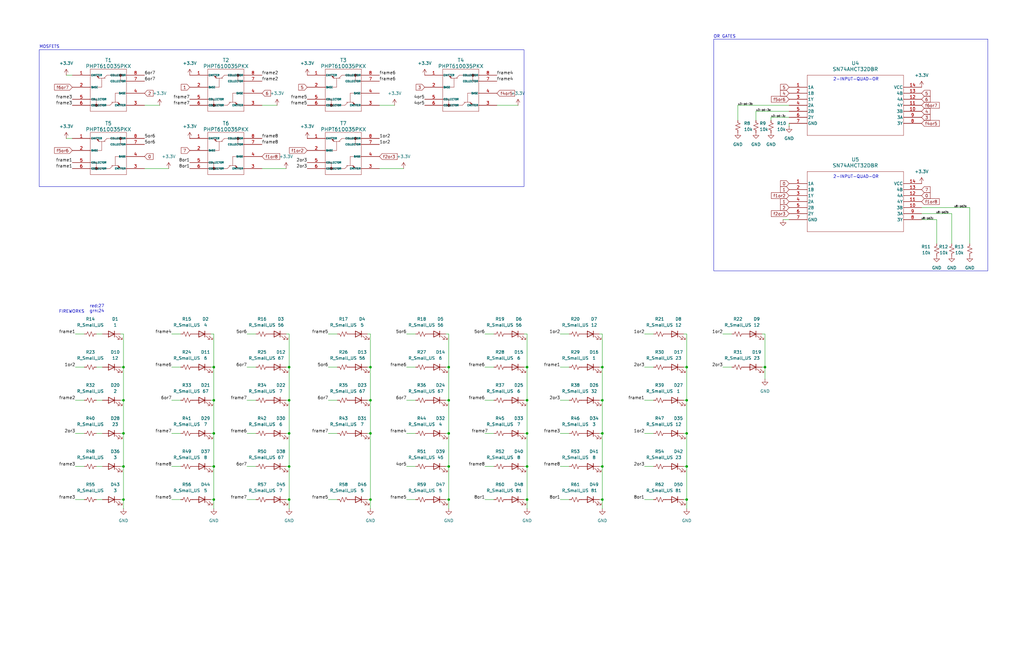
<source format=kicad_sch>
(kicad_sch (version 20250114) (generator "eeschema") (generator_version "9.0")
  (paper "USLedger")
  (rectangle (start 16.51 20.9925) (end 220.98 78.74))
  (rectangle (start 300.99 16.51) (end 416.56 114.3))
  (text "red:27\ngrn:24" (at 40.894 130.302 0) (effects (font (size 1.27 1.27))))
  (text "OR GATES" (at 305.562 15.494 0) (effects (font (size 1.27 1.27))))
  (text "FIREWORKS" (at 30.226 131.572 0) (effects (font (size 1.27 1.27))))
  (text "2-INPUT-QUAD-OR" (at 360.934 33.528 0) (effects (font (size 1.27 1.27))))
  (text "MOSFETS" (at 20.828 19.812 0) (effects (font (size 1.27 1.27))))
  (text "2-INPUT-QUAD-OR" (at 360.934 74.676 0) (effects (font (size 1.27 1.27))))
  (junction (at 52.07 210.82))
  (junction (at 289.56 168.91))
  (junction (at 52.07 196.85))
  (junction (at 121.92 154.94))
  (junction (at 222.25 196.85))
  (junction (at 189.23 196.85))
  (junction (at 156.21 154.94))
  (junction (at 156.21 210.82))
  (junction (at 121.92 168.91))
  (junction (at 222.25 168.91))
  (junction (at 52.07 154.94))
  (junction (at 222.25 154.94))
  (junction (at 90.17 154.94))
  (junction (at 90.17 168.91))
  (junction (at 254 182.88))
  (junction (at 254 154.94))
  (junction (at 90.17 182.88))
  (junction (at 90.17 210.82))
  (junction (at 52.07 182.88))
  (junction (at 156.21 182.88))
  (junction (at 289.56 210.82))
  (junction (at 254 210.82))
  (junction (at 222.25 210.82))
  (junction (at 90.17 196.85))
  (junction (at 189.23 168.91))
  (junction (at 322.58 154.94))
  (junction (at 254 168.91))
  (junction (at 52.07 168.91))
  (junction (at 222.25 182.88))
  (junction (at 156.21 168.91))
  (junction (at 289.56 182.88))
  (junction (at 121.92 210.82))
  (junction (at 189.23 154.94))
  (junction (at 189.23 210.82))
  (junction (at 121.92 196.85))
  (junction (at 121.92 182.88))
  (junction (at 189.23 182.88))
  (junction (at 289.56 154.94))
  (junction (at 254 196.85))
  (junction (at 289.56 196.85))
  (wire (pts (xy 90.17 196.85) (xy 90.17 210.82)))
  (wire (pts (xy 311.15 44.45) (xy 311.15 50.8)))
  (wire (pts (xy 52.07 168.91) (xy 52.07 182.88)))
  (wire (pts (xy 121.92 168.91) (xy 120.65 168.91)))
  (wire (pts (xy 67.31 44.45) (xy 60.96 44.45)))
  (wire (pts (xy 189.23 140.97) (xy 187.96 140.97)))
  (wire (pts (xy 90.17 168.91) (xy 88.9 168.91)))
  (wire (pts (xy 189.23 182.88) (xy 187.96 182.88)))
  (wire (pts (xy 236.22 154.94) (xy 240.03 154.94)))
  (wire (pts (xy 90.17 140.97) (xy 88.9 140.97)))
  (wire (pts (xy 401.32 90.17) (xy 388.62 90.17)))
  (wire (pts (xy 236.22 196.85) (xy 240.03 196.85)))
  (wire (pts (xy 289.56 196.85) (xy 289.56 210.82)))
  (wire (pts (xy 388.62 87.63) (xy 408.94 87.63)))
  (wire (pts (xy 236.22 140.97) (xy 240.03 140.97)))
  (wire (pts (xy 289.56 196.85) (xy 288.29 196.85)))
  (wire (pts (xy 171.45 140.97) (xy 175.26 140.97)))
  (wire (pts (xy 189.23 154.94) (xy 189.23 168.91)))
  (wire (pts (xy 222.25 214.63) (xy 222.25 210.82)))
  (wire (pts (xy 222.25 210.82) (xy 220.98 210.82)))
  (wire (pts (xy 104.14 196.85) (xy 107.95 196.85)))
  (wire (pts (xy 121.92 210.82) (xy 120.65 210.82)))
  (wire (pts (xy 388.62 92.71) (xy 394.97 92.71)))
  (wire (pts (xy 138.43 140.97) (xy 142.24 140.97)))
  (wire (pts (xy 156.21 154.94) (xy 154.94 154.94)))
  (wire (pts (xy 156.21 182.88) (xy 156.21 210.82)))
  (wire (pts (xy 318.77 46.99) (xy 318.77 50.8)))
  (wire (pts (xy 43.18 210.82) (xy 40.64 210.82)))
  (wire (pts (xy 52.07 140.97) (xy 52.07 154.94)))
  (wire (pts (xy 121.92 140.97) (xy 121.92 154.94)))
  (wire (pts (xy 120.65 71.12) (xy 110.49 71.12)))
  (wire (pts (xy 72.39 168.91) (xy 76.2 168.91)))
  (wire (pts (xy 222.25 154.94) (xy 222.25 168.91)))
  (wire (pts (xy 236.22 182.88) (xy 240.03 182.88)))
  (wire (pts (xy 189.23 168.91) (xy 187.96 168.91)))
  (wire (pts (xy 52.07 210.82) (xy 50.8 210.82)))
  (wire (pts (xy 156.21 140.97) (xy 156.21 154.94)))
  (wire (pts (xy 289.56 214.63) (xy 289.56 210.82)))
  (wire (pts (xy 322.58 140.97) (xy 321.31 140.97)))
  (wire (pts (xy 222.25 154.94) (xy 220.98 154.94)))
  (wire (pts (xy 204.47 196.85) (xy 208.28 196.85)))
  (wire (pts (xy 156.21 140.97) (xy 154.94 140.97)))
  (wire (pts (xy 189.23 196.85) (xy 187.96 196.85)))
  (wire (pts (xy 121.92 140.97) (xy 120.65 140.97)))
  (wire (pts (xy 104.14 210.82) (xy 107.95 210.82)))
  (wire (pts (xy 121.92 154.94) (xy 120.65 154.94)))
  (wire (pts (xy 156.21 182.88) (xy 154.94 182.88)))
  (wire (pts (xy 31.75 196.85) (xy 35.56 196.85)))
  (wire (pts (xy 90.17 140.97) (xy 90.17 154.94)))
  (wire (pts (xy 71.12 71.12) (xy 60.96 71.12)))
  (wire (pts (xy 90.17 154.94) (xy 88.9 154.94)))
  (wire (pts (xy 156.21 210.82) (xy 154.94 210.82)))
  (wire (pts (xy 90.17 196.85) (xy 88.9 196.85)))
  (wire (pts (xy 31.75 168.91) (xy 35.56 168.91)))
  (wire (pts (xy 271.78 182.88) (xy 275.59 182.88)))
  (wire (pts (xy 171.45 182.88) (xy 175.26 182.88)))
  (wire (pts (xy 52.07 140.97) (xy 50.8 140.97)))
  (wire (pts (xy 254 210.82) (xy 252.73 210.82)))
  (wire (pts (xy 166.37 44.45) (xy 160.02 44.45)))
  (wire (pts (xy 401.32 90.17) (xy 401.32 102.87)))
  (wire (pts (xy 271.78 168.91) (xy 275.59 168.91)))
  (wire (pts (xy 236.22 168.91) (xy 240.03 168.91)))
  (wire (pts (xy 27.94 31.75) (xy 30.48 31.75)))
  (wire (pts (xy 204.47 182.88) (xy 208.28 182.88)))
  (wire (pts (xy 222.25 168.91) (xy 220.98 168.91)))
  (wire (pts (xy 289.56 154.94) (xy 288.29 154.94)))
  (wire (pts (xy 218.44 44.45) (xy 209.55 44.45)))
  (wire (pts (xy 254 140.97) (xy 252.73 140.97)))
  (wire (pts (xy 289.56 182.88) (xy 288.29 182.88)))
  (wire (pts (xy 254 196.85) (xy 254 210.82)))
  (wire (pts (xy 104.14 168.91) (xy 107.95 168.91)))
  (wire (pts (xy 43.18 182.88) (xy 40.64 182.88)))
  (wire (pts (xy 156.21 154.94) (xy 156.21 168.91)))
  (wire (pts (xy 332.74 46.99) (xy 318.77 46.99)))
  (wire (pts (xy 254 182.88) (xy 252.73 182.88)))
  (wire (pts (xy 52.07 196.85) (xy 52.07 210.82)))
  (wire (pts (xy 31.75 140.97) (xy 35.56 140.97)))
  (wire (pts (xy 304.8 154.94) (xy 308.61 154.94)))
  (wire (pts (xy 254 168.91) (xy 254 182.88)))
  (wire (pts (xy 222.25 168.91) (xy 222.25 182.88)))
  (wire (pts (xy 332.74 44.45) (xy 311.15 44.45)))
  (wire (pts (xy 254 154.94) (xy 252.73 154.94)))
  (wire (pts (xy 138.43 168.91) (xy 142.24 168.91)))
  (wire (pts (xy 204.47 140.97) (xy 208.28 140.97)))
  (wire (pts (xy 156.21 168.91) (xy 154.94 168.91)))
  (wire (pts (xy 90.17 168.91) (xy 90.17 182.88)))
  (wire (pts (xy 116.84 44.45) (xy 110.49 44.45)))
  (wire (pts (xy 254 182.88) (xy 254 196.85)))
  (wire (pts (xy 72.39 140.97) (xy 76.2 140.97)))
  (wire (pts (xy 289.56 168.91) (xy 289.56 182.88)))
  (wire (pts (xy 52.07 196.85) (xy 50.8 196.85)))
  (wire (pts (xy 104.14 154.94) (xy 107.95 154.94)))
  (wire (pts (xy 189.23 210.82) (xy 187.96 210.82)))
  (wire (pts (xy 254 154.94) (xy 254 168.91)))
  (wire (pts (xy 289.56 154.94) (xy 289.56 168.91)))
  (wire (pts (xy 90.17 154.94) (xy 90.17 168.91)))
  (wire (pts (xy 171.45 154.94) (xy 175.26 154.94)))
  (wire (pts (xy 394.97 92.71) (xy 394.97 102.87)))
  (wire (pts (xy 72.39 210.82) (xy 76.2 210.82)))
  (wire (pts (xy 289.56 182.88) (xy 289.56 196.85)))
  (wire (pts (xy 121.92 154.94) (xy 121.92 168.91)))
  (wire (pts (xy 189.23 196.85) (xy 189.23 210.82)))
  (wire (pts (xy 222.25 196.85) (xy 220.98 196.85)))
  (wire (pts (xy 271.78 154.94) (xy 275.59 154.94)))
  (wire (pts (xy 171.45 196.85) (xy 175.26 196.85)))
  (wire (pts (xy 222.25 182.88) (xy 220.98 182.88)))
  (wire (pts (xy 254 214.63) (xy 254 210.82)))
  (wire (pts (xy 156.21 168.91) (xy 156.21 182.88)))
  (wire (pts (xy 222.25 140.97) (xy 220.98 140.97)))
  (wire (pts (xy 236.22 210.82) (xy 240.03 210.82)))
  (wire (pts (xy 304.8 140.97) (xy 308.61 140.97)))
  (wire (pts (xy 121.92 196.85) (xy 121.92 210.82)))
  (wire (pts (xy 254 196.85) (xy 252.73 196.85)))
  (wire (pts (xy 204.47 154.94) (xy 208.28 154.94)))
  (wire (pts (xy 72.39 154.94) (xy 76.2 154.94)))
  (wire (pts (xy 254 168.91) (xy 252.73 168.91)))
  (wire (pts (xy 72.39 196.85) (xy 76.2 196.85)))
  (wire (pts (xy 72.39 182.88) (xy 76.2 182.88)))
  (wire (pts (xy 138.43 154.94) (xy 142.24 154.94)))
  (wire (pts (xy 31.75 182.88) (xy 35.56 182.88)))
  (wire (pts (xy 289.56 168.91) (xy 288.29 168.91)))
  (wire (pts (xy 171.45 168.91) (xy 175.26 168.91)))
  (wire (pts (xy 189.23 154.94) (xy 187.96 154.94)))
  (wire (pts (xy 104.14 182.88) (xy 107.95 182.88)))
  (wire (pts (xy 121.92 214.63) (xy 121.92 210.82)))
  (wire (pts (xy 170.18 71.12) (xy 160.02 71.12)))
  (wire (pts (xy 222.25 182.88) (xy 222.25 196.85)))
  (wire (pts (xy 156.21 214.63) (xy 156.21 210.82)))
  (wire (pts (xy 322.58 154.94) (xy 321.31 154.94)))
  (wire (pts (xy 325.12 49.53) (xy 325.12 50.8)))
  (wire (pts (xy 322.58 140.97) (xy 322.58 154.94)))
  (wire (pts (xy 121.92 196.85) (xy 120.65 196.85)))
  (wire (pts (xy 121.92 168.91) (xy 121.92 182.88)))
  (wire (pts (xy 330.2 92.71) (xy 332.74 92.71)))
  (wire (pts (xy 121.92 182.88) (xy 120.65 182.88)))
  (wire (pts (xy 271.78 210.82) (xy 275.59 210.82)))
  (wire (pts (xy 104.14 140.97) (xy 107.95 140.97)))
  (wire (pts (xy 408.94 87.63) (xy 408.94 102.87)))
  (wire (pts (xy 271.78 196.85) (xy 275.59 196.85)))
  (wire (pts (xy 289.56 140.97) (xy 289.56 154.94)))
  (wire (pts (xy 43.18 140.97) (xy 40.64 140.97)))
  (wire (pts (xy 52.07 154.94) (xy 50.8 154.94)))
  (wire (pts (xy 90.17 214.63) (xy 90.17 210.82)))
  (wire (pts (xy 332.74 49.53) (xy 325.12 49.53)))
  (wire (pts (xy 31.75 210.82) (xy 35.56 210.82)))
  (wire (pts (xy 254 140.97) (xy 254 154.94)))
  (wire (pts (xy 138.43 182.88) (xy 142.24 182.88)))
  (wire (pts (xy 121.92 182.88) (xy 121.92 196.85)))
  (wire (pts (xy 52.07 182.88) (xy 52.07 196.85)))
  (wire (pts (xy 322.58 160.02) (xy 322.58 154.94)))
  (wire (pts (xy 222.25 140.97) (xy 222.25 154.94)))
  (wire (pts (xy 204.47 168.91) (xy 208.28 168.91)))
  (wire (pts (xy 43.18 196.85) (xy 40.64 196.85)))
  (wire (pts (xy 90.17 210.82) (xy 88.9 210.82)))
  (wire (pts (xy 289.56 210.82) (xy 288.29 210.82)))
  (wire (pts (xy 90.17 182.88) (xy 90.17 196.85)))
  (wire (pts (xy 222.25 196.85) (xy 222.25 210.82)))
  (wire (pts (xy 332.74 53.34) (xy 332.74 52.07)))
  (wire (pts (xy 31.75 154.94) (xy 35.56 154.94)))
  (wire (pts (xy 204.47 210.82) (xy 208.28 210.82)))
  (wire (pts (xy 271.78 140.97) (xy 275.59 140.97)))
  (wire (pts (xy 289.56 140.97) (xy 288.29 140.97)))
  (wire (pts (xy 171.45 210.82) (xy 175.26 210.82)))
  (wire (pts (xy 189.23 168.91) (xy 189.23 182.88)))
  (wire (pts (xy 27.94 58.42) (xy 30.48 58.42)))
  (wire (pts (xy 189.23 182.88) (xy 189.23 196.85)))
  (wire (pts (xy 189.23 140.97) (xy 189.23 154.94)))
  (wire (pts (xy 52.07 168.91) (xy 50.8 168.91)))
  (wire (pts (xy 43.18 154.94) (xy 40.64 154.94)))
  (wire (pts (xy 52.07 182.88) (xy 50.8 182.88)))
  (wire (pts (xy 52.07 154.94) (xy 52.07 168.91)))
  (wire (pts (xy 189.23 214.63) (xy 189.23 210.82)))
  (wire (pts (xy 52.07 214.63) (xy 52.07 210.82)))
  (wire (pts (xy 138.43 210.82) (xy 142.24 210.82)))
  (wire (pts (xy 43.18 168.91) (xy 40.64 168.91)))
  (wire (pts (xy 90.17 182.88) (xy 88.9 182.88)))
  (label "5or6" (at 138.43 154.94 180))
  (label "frame3" (at 31.75 196.85 180))
  (label "frame4" (at 72.39 140.97 180))
  (label "frame4" (at 171.45 182.88 180))
  (label "frame5" (at 171.45 210.82 180))
  (label "frame6" (at 204.47 154.94 180))
  (label "frame5" (at 72.39 210.82 180))
  (label "2or3" (at 129.54 71.12 180))
  (label "frame2" (at 110.49 31.75 0))
  (label "8or1" (at 204.47 210.82 180))
  (label "1or2" (at 271.78 182.88 180))
  (label "2or3" (at 31.75 182.88 180))
  (label "frame1" (at 30.48 68.58 180))
  (label "frame3" (at 30.48 44.45 180))
  (label "frame3" (at 31.75 210.82 180))
  (label "2or3" (at 271.78 196.85 180))
  (label "frame6" (at 104.14 182.88 180))
  (label "frame7" (at 80.01 41.91 180))
  (label "6or7" (at 104.14 196.85 180))
  (label "4or5" (at 179.07 41.91 180))
  (label "frame4" (at 209.55 34.29 0))
  (label "frame7" (at 205.74 182.88 180))
  (label "u3-pd-3b" (at 311.15 44.45 0) (effects (font (size 0.762 0.762))))
  (label "2or3" (at 271.78 154.94 180))
  (label "frame1" (at 271.78 168.91 180))
  (label "5or6" (at 204.47 140.97 180))
  (label "6or7" (at 72.39 168.91 180))
  (label "frame1" (at 31.75 140.97 180))
  (label "1or2" (at 236.22 140.97 180))
  (label "4or5" (at 179.07 44.45 180))
  (label "8or1" (at 236.22 210.82 180))
  (label "frame7" (at 72.39 182.88 180))
  (label "frame8" (at 236.22 196.85 180))
  (label "frame7" (at 80.01 44.45 180))
  (label "frame1" (at 236.22 154.94 180))
  (label "5or6" (at 60.96 60.96 0))
  (label "frame6" (at 160.02 31.75 0))
  (label "u8-pd2b" (at 400.05 90.17 180) (effects (font (size 0.762 0.762))))
  (label "frame4" (at 209.55 31.75 0))
  (label "6or7" (at 60.96 31.75 0))
  (label "1or2" (at 271.78 140.97 180))
  (label "u3-pd-3y" (at 325.12 49.53 0) (effects (font (size 0.762 0.762))))
  (label "5or6" (at 104.14 140.97 180))
  (label "frame8" (at 72.39 196.85 180))
  (label "1or2" (at 31.75 154.94 180))
  (label "u8-pd2y" (at 393.7 92.71 180) (effects (font (size 0.762 0.762))))
  (label "frame8" (at 110.49 60.96 0))
  (label "frame7" (at 138.43 182.88 180))
  (label "frame5" (at 129.54 44.45 180))
  (label "5or6" (at 60.96 58.42 0))
  (label "frame6" (at 72.39 154.94 180))
  (label "frame5" (at 138.43 140.97 180))
  (label "8or1" (at 80.01 71.12 180))
  (label "5or6" (at 171.45 140.97 180))
  (label "1or2" (at 160.02 60.96 0))
  (label "frame7" (at 104.14 210.82 180))
  (label "8or1" (at 271.78 210.82 180))
  (label "frame6" (at 160.02 34.29 0))
  (label "frame7" (at 104.14 168.91 180))
  (label "frame8" (at 204.47 196.85 180))
  (label "6or7" (at 104.14 154.94 180))
  (label "u3-pd-3a" (at 318.77 46.99 0) (effects (font (size 0.762 0.762))))
  (label "frame3" (at 30.48 41.91 180))
  (label "2or3" (at 129.54 68.58 180))
  (label "1or2" (at 304.8 140.97 180))
  (label "frame5" (at 138.43 210.82 180))
  (label "u8-pd2a" (at 407.67 87.63 180) (effects (font (size 0.762 0.762))))
  (label "frame6" (at 171.45 154.94 180))
  (label "1or2" (at 160.02 58.42 0))
  (label "6or7" (at 60.96 34.29 0))
  (label "4or5" (at 171.45 196.85 180))
  (label "2or3" (at 304.8 154.94 180))
  (label "2or3" (at 236.22 168.91 180))
  (label "frame1" (at 30.48 71.12 180))
  (label "frame3" (at 236.22 182.88 180))
  (label "6or7" (at 171.45 168.91 180))
  (label "8or1" (at 80.01 68.58 180))
  (label "frame6" (at 204.47 168.91 180))
  (label "6or7" (at 138.43 168.91 180))
  (label "frame5" (at 129.54 41.91 180))
  (label "frame8" (at 110.49 58.42 0))
  (label "frame2" (at 110.49 34.29 0))
  (label "frame2" (at 31.75 168.91 180))
  (global_label "5" (shape input) (at 388.62 39.37 0) (property "Intersheetrefs" "${INTERSHEET_REFS}" (effects (hide yes))))
  (global_label "5" (shape input) (at 332.74 36.83 180) (property "Intersheetrefs" "${INTERSHEET_REFS}" (effects (hide yes))))
  (global_label "f6or7" (shape input) (at 388.62 44.45 0) (property "Intersheetrefs" "${INTERSHEET_REFS}" (effects (hide yes))))
  (global_label "5" (shape input) (at 129.54 36.83 180) (property "Intersheetrefs" "${INTERSHEET_REFS}" (effects (hide yes))))
  (global_label "1" (shape input) (at 332.74 85.09 180) (property "Intersheetrefs" "${INTERSHEET_REFS}" (effects (hide yes))))
  (global_label "3" (shape input) (at 388.62 49.53 0) (property "Intersheetrefs" "${INTERSHEET_REFS}" (effects (hide yes))))
  (global_label "7" (shape input) (at 80.01 63.5 180) (property "Intersheetrefs" "${INTERSHEET_REFS}" (effects (hide yes))))
  (global_label "6" (shape input) (at 110.49 39.37 0) (property "Intersheetrefs" "${INTERSHEET_REFS}" (effects (hide yes))))
  (global_label "6" (shape input) (at 388.62 41.91 0) (property "Intersheetrefs" "${INTERSHEET_REFS}" (effects (hide yes))))
  (global_label "2" (shape input) (at 332.74 87.63 180) (property "Intersheetrefs" "${INTERSHEET_REFS}" (effects (hide yes))))
  (global_label "f2or3" (shape input) (at 160.02 66.04 0) (property "Intersheetrefs" "${INTERSHEET_REFS}" (effects (hide yes))))
  (global_label "f4or5" (shape input) (at 388.62 52.07 0) (property "Intersheetrefs" "${INTERSHEET_REFS}" (effects (hide yes))))
  (global_label "f5or6" (shape input) (at 30.48 63.5 180) (property "Intersheetrefs" "${INTERSHEET_REFS}" (effects (hide yes))))
  (global_label "2" (shape input) (at 60.96 39.37 0) (property "Intersheetrefs" "${INTERSHEET_REFS}" (effects (hide yes))))
  (global_label "f1or8" (shape input) (at 110.49 66.04 0) (property "Intersheetrefs" "${INTERSHEET_REFS}" (effects (hide yes))))
  (global_label "f4or5" (shape input) (at 209.55 39.37 0) (property "Intersheetrefs" "${INTERSHEET_REFS}" (effects (hide yes))))
  (global_label "0" (shape input) (at 60.96 66.04 0) (property "Intersheetrefs" "${INTERSHEET_REFS}" (effects (hide yes))))
  (global_label "1" (shape input) (at 332.74 80.01 180) (property "Intersheetrefs" "${INTERSHEET_REFS}" (effects (hide yes))))
  (global_label "0" (shape input) (at 332.74 77.47 180) (property "Intersheetrefs" "${INTERSHEET_REFS}" (effects (hide yes))))
  (global_label "f1or2" (shape input) (at 332.74 82.55 180) (property "Intersheetrefs" "${INTERSHEET_REFS}" (effects (hide yes))))
  (global_label "0" (shape input) (at 388.62 82.55 0) (property "Intersheetrefs" "${INTERSHEET_REFS}" (effects (hide yes))))
  (global_label "f1or2" (shape input) (at 129.54 63.5 180) (property "Intersheetrefs" "${INTERSHEET_REFS}" (effects (hide yes))))
  (global_label "7" (shape input) (at 388.62 80.01 0) (property "Intersheetrefs" "${INTERSHEET_REFS}" (effects (hide yes))))
  (global_label "f6or7" (shape input) (at 30.48 36.83 180) (property "Intersheetrefs" "${INTERSHEET_REFS}" (effects (hide yes))))
  (global_label "1" (shape input) (at 80.01 36.83 180) (property "Intersheetrefs" "${INTERSHEET_REFS}" (effects (hide yes))))
  (global_label "4" (shape input) (at 388.62 46.99 0) (property "Intersheetrefs" "${INTERSHEET_REFS}" (effects (hide yes))))
  (global_label "f5or6" (shape input) (at 332.74 41.91 180) (property "Intersheetrefs" "${INTERSHEET_REFS}" (effects (hide yes))))
  (global_label "3" (shape input) (at 179.07 36.83 180) (property "Intersheetrefs" "${INTERSHEET_REFS}" (effects (hide yes))))
  (global_label "f1or8" (shape input) (at 388.62 85.09 0) (property "Intersheetrefs" "${INTERSHEET_REFS}" (effects (hide yes))))
  (global_label "f2or3" (shape input) (at 332.74 90.17 180) (property "Intersheetrefs" "${INTERSHEET_REFS}" (effects (hide yes))))
  (global_label "4" (shape input) (at 332.74 39.37 180) (property "Intersheetrefs" "${INTERSHEET_REFS}" (effects (hide yes))))
  (symbol (lib_id "Device:LED") (at 184.15 196.85 0) (mirror y) (unit 1)
    (property "Reference" "D39" (at 185.7375 190.5 0))
    (property "Value" "45" (at 185.7375 193.04 0))
    (property "Footprint" "LED_SMD:LED_0603_1608Metric" (effects (hide yes)))
    (property "Description" "Light emitting diode" (effects (hide yes)))
    (property "Sim.Pins" "1=K 2=A" (effects (hide yes)))
  )
  (symbol (lib_id "Device:R_Small_US") (at 210.82 196.85 90) (unit 1)
    (property "Reference" "R52" (at 210.82 190.5 90))
    (property "Value" "R_Small_US" (at 210.82 193.04 90))
    (property "Footprint" "Resistor_SMD:R_0805_2012Metric_Pad1.20x1.40mm_HandSolder" (effects (hide yes)))
    (property "Description" "Resistor, small US symbol" (effects (hide yes)))
  )
  (symbol (lib_id "SN74AHCT32DBR_2-INPUT-QUAD-OR:SN74AHCT32DBR") (at 332.74 77.47 0) (unit 1)
    (property "Reference" "U5" (at 360.68 67.31 0) (effects (font (size 1.524 1.524))))
    (property "Value" "SN74AHCT32DBR" (at 360.68 69.85 0) (effects (font (size 1.524 1.524))))
    (property "Footprint" "GRAD-CAP:SN74AHCT32DBR_2-INPUT-QUAD-OR" (effects (hide yes)))
    (property "Datasheet" "https://www.ti.com/lit/gpn/sn74ahct32" (effects (hide yes)))
  )
  (symbol (lib_name "PHPT610035PKX_1") (lib_id "PHPT610035PKX_TRANS-2PNP-100V-3A:PHPT610035PKX") (at 30.48 31.75 0) (unit 1)
    (property "Reference" "T1" (at 45.72 25.4 0) (effects (font (size 1.524 1.524))))
    (property "Value" "PHPT610035PKX" (at 45.72 27.94 0) (effects (font (size 1.524 1.524))))
    (property "Footprint" "GRAD-CAP:PHPT610035PKX_TRANS-2PNP-100V-3A" (effects (hide yes)))
    (property "Datasheet" "PHPT610035PKX" (effects (hide yes)))
  )
  (symbol (lib_id "Device:R_Small_US") (at 242.57 154.94 90) (unit 1)
    (property "Reference" "R29" (at 242.57 148.59 90))
    (property "Value" "R_Small_US" (at 242.57 151.13 90))
    (property "Footprint" "Resistor_SMD:R_0805_2012Metric_Pad1.20x1.40mm_HandSolder" (effects (hide yes)))
    (property "Description" "Resistor, small US symbol" (effects (hide yes)))
  )
  (symbol (lib_id "Device:R_Small_US") (at 177.8 154.94 90) (unit 1)
    (property "Reference" "R27" (at 177.8 148.59 90))
    (property "Value" "R_Small_US" (at 177.8 151.13 90))
    (property "Footprint" "Resistor_SMD:R_0805_2012Metric_Pad1.20x1.40mm_HandSolder" (effects (hide yes)))
    (property "Description" "Resistor, small US symbol" (effects (hide yes)))
  )
  (symbol (lib_id "Device:R_Small_US") (at 110.49 210.82 90) (unit 1)
    (property "Reference" "R57" (at 110.49 204.47 90))
    (property "Value" "R_Small_US" (at 110.49 207.01 90))
    (property "Footprint" "Resistor_SMD:R_0805_2012Metric_Pad1.20x1.40mm_HandSolder" (effects (hide yes)))
    (property "Description" "Resistor, small US symbol" (effects (hide yes)))
  )
  (symbol (lib_id "Device:LED") (at 248.92 140.97 0) (mirror y) (unit 1)
    (property "Reference" "D7" (at 250.5075 134.62 0))
    (property "Value" "12" (at 250.5075 137.16 0))
    (property "Footprint" "LED_SMD:LED_0603_1608Metric" (effects (hide yes)))
    (property "Description" "Light emitting diode" (effects (hide yes)))
    (property "Sim.Pins" "1=K 2=A" (effects (hide yes)))
  )
  (symbol (lib_id "power:+3.3V") (at 170.18 71.12 0) (unit 1)
    (property "Reference" "#PWR034" (effects (hide yes)))
    (property "Value" "+3.3V" (at 170.18 66.04 0))
    (property "Description" "Power symbol creates a global label with name \"+3.3V\"" (effects (hide yes)))
  )
  (symbol (lib_id "Device:R_Small_US") (at 177.8 182.88 90) (unit 1)
    (property "Reference" "R44" (at 177.8 176.53 90))
    (property "Value" "R_Small_US" (at 177.8 179.07 90))
    (property "Footprint" "Resistor_SMD:R_0805_2012Metric_Pad1.20x1.40mm_HandSolder" (effects (hide yes)))
    (property "Description" "Resistor, small US symbol" (effects (hide yes)))
  )
  (symbol (lib_id "Device:R_Small_US") (at 110.49 196.85 90) (unit 1)
    (property "Reference" "R50" (at 110.49 190.5 90))
    (property "Value" "R_Small_US" (at 110.49 193.04 90))
    (property "Footprint" "Resistor_SMD:R_0805_2012Metric_Pad1.20x1.40mm_HandSolder" (effects (hide yes)))
    (property "Description" "Resistor, small US symbol" (effects (hide yes)))
  )
  (symbol (lib_id "Device:R_Small_US") (at 394.97 105.41 0) (mirror y) (unit 1)
    (property "Reference" "R11" (at 392.43 104.1399 0) (effects (justify left)))
    (property "Value" "10k" (at 392.43 106.6799 0) (effects (justify left)))
    (property "Footprint" "Capacitor_SMD:C_0805_2012Metric_Pad1.18x1.45mm_HandSolder" (effects (hide yes)))
    (property "Description" "Resistor, small US symbol" (effects (hide yes)))
  )
  (symbol (lib_name "PHPT610035PKX_1") (lib_id "PHPT610035PKX_TRANS-2PNP-100V-3A:PHPT610035PKX") (at 129.54 31.75 0) (unit 1)
    (property "Reference" "T3" (at 144.78 25.4 0) (effects (font (size 1.524 1.524))))
    (property "Value" "PHPT610035PKX" (at 144.78 27.94 0) (effects (font (size 1.524 1.524))))
    (property "Footprint" "GRAD-CAP:PHPT610035PKX_TRANS-2PNP-100V-3A" (effects (hide yes)))
    (property "Datasheet" "PHPT610035PKX" (effects (hide yes)))
  )
  (symbol (lib_id "power:GND") (at 52.07 214.63 0) (unit 1)
    (property "Reference" "#PWR041" (effects (hide yes)))
    (property "Value" "GND" (at 52.07 219.71 0))
    (property "Description" "Power symbol creates a global label with name \"GND\" , ground" (effects (hide yes)))
  )
  (symbol (lib_id "Device:LED") (at 151.13 154.94 0) (mirror y) (unit 1)
    (property "Reference" "D13" (at 152.7175 148.59 0))
    (property "Value" "56" (at 152.7175 151.13 0))
    (property "Footprint" "LED_SMD:LED_0603_1608Metric" (effects (hide yes)))
    (property "Description" "Light emitting diode" (effects (hide yes)))
    (property "Sim.Pins" "1=K 2=A" (effects (hide yes)))
  )
  (symbol (lib_id "power:GND") (at 318.77 55.88 0) (unit 1)
    (property "Reference" "#PWR027" (effects (hide yes)))
    (property "Value" "GND" (at 318.77 60.96 0))
    (property "Description" "Power symbol creates a global label with name \"GND\" , ground" (effects (hide yes)))
  )
  (symbol (lib_id "Device:R_Small_US") (at 242.57 196.85 90) (unit 1)
    (property "Reference" "R53" (at 242.57 190.5 90))
    (property "Value" "R_Small_US" (at 242.57 193.04 90))
    (property "Footprint" "Resistor_SMD:R_0805_2012Metric_Pad1.20x1.40mm_HandSolder" (effects (hide yes)))
    (property "Description" "Resistor, small US symbol" (effects (hide yes)))
  )
  (symbol (lib_name "PHPT610035PKX_1") (lib_id "PHPT610035PKX_TRANS-2PNP-100V-3A:PHPT610035PKX") (at 80.01 31.75 0) (unit 1)
    (property "Reference" "T2" (at 95.25 25.4 0) (effects (font (size 1.524 1.524))))
    (property "Value" "PHPT610035PKX" (at 95.25 27.94 0) (effects (font (size 1.524 1.524))))
    (property "Footprint" "GRAD-CAP:PHPT610035PKX_TRANS-2PNP-100V-3A" (effects (hide yes)))
    (property "Datasheet" "PHPT610035PKX" (effects (hide yes)))
  )
  (symbol (lib_id "Device:R_Small_US") (at 38.1 168.91 90) (unit 1)
    (property "Reference" "R32" (at 38.1 162.56 90))
    (property "Value" "R_Small_US" (at 38.1 165.1 90))
    (property "Footprint" "Resistor_SMD:R_0805_2012Metric_Pad1.20x1.40mm_HandSolder" (effects (hide yes)))
    (property "Description" "Resistor, small US symbol" (effects (hide yes)))
  )
  (symbol (lib_id "Device:R_Small_US") (at 177.8 196.85 90) (unit 1)
    (property "Reference" "R51" (at 177.8 190.5 90))
    (property "Value" "R_Small_US" (at 177.8 193.04 90))
    (property "Footprint" "Resistor_SMD:R_0805_2012Metric_Pad1.20x1.40mm_HandSolder" (effects (hide yes)))
    (property "Description" "Resistor, small US symbol" (effects (hide yes)))
  )
  (symbol (lib_id "power:+3.3V") (at 179.07 31.75 0) (unit 1)
    (property "Reference" "#PWR019" (effects (hide yes)))
    (property "Value" "+3.3V" (at 179.07 26.67 0))
    (property "Description" "Power symbol creates a global label with name \"+3.3V\"" (effects (hide yes)))
  )
  (symbol (lib_id "Device:R_Small_US") (at 177.8 168.91 90) (unit 1)
    (property "Reference" "R36" (at 177.8 162.56 90))
    (property "Value" "R_Small_US" (at 177.8 165.1 90))
    (property "Footprint" "Resistor_SMD:R_0805_2012Metric_Pad1.20x1.40mm_HandSolder" (effects (hide yes)))
    (property "Description" "Resistor, small US symbol" (effects (hide yes)))
  )
  (symbol (lib_id "Device:R_Small_US") (at 38.1 154.94 90) (unit 1)
    (property "Reference" "R23" (at 38.1 148.59 90))
    (property "Value" "R_Small_US" (at 38.1 151.13 90))
    (property "Footprint" "Resistor_SMD:R_0805_2012Metric_Pad1.20x1.40mm_HandSolder" (effects (hide yes)))
    (property "Description" "Resistor, small US symbol" (effects (hide yes)))
  )
  (symbol (lib_id "Device:LED") (at 116.84 196.85 0) (mirror y) (unit 1)
    (property "Reference" "D38" (at 118.4275 190.5 0))
    (property "Value" "67" (at 118.4275 193.04 0))
    (property "Footprint" "LED_SMD:LED_0603_1608Metric" (effects (hide yes)))
    (property "Description" "Light emitting diode" (effects (hide yes)))
    (property "Sim.Pins" "1=K 2=A" (effects (hide yes)))
  )
  (symbol (lib_id "Device:R_Small_US") (at 78.74 140.97 90) (unit 1)
    (property "Reference" "R15" (at 78.74 134.62 90))
    (property "Value" "R_Small_US" (at 78.74 137.16 90))
    (property "Footprint" "Resistor_SMD:R_0805_2012Metric_Pad1.20x1.40mm_HandSolder" (effects (hide yes)))
    (property "Description" "Resistor, small US symbol" (effects (hide yes)))
  )
  (symbol (lib_id "power:GND") (at 332.74 53.34 0) (unit 1)
    (property "Reference" "#PWR025" (effects (hide yes)))
    (property "Value" "GND" (at 332.74 58.42 0))
    (property "Description" "Power symbol creates a global label with name \"GND\" , ground" (effects (hide yes)))
  )
  (symbol (lib_id "power:GND") (at 90.17 214.63 0) (unit 1)
    (property "Reference" "#PWR042" (effects (hide yes)))
    (property "Value" "GND" (at 90.17 219.71 0))
    (property "Description" "Power symbol creates a global label with name \"GND\" , ground" (effects (hide yes)))
  )
  (symbol (lib_id "Device:LED") (at 217.17 210.82 0) (mirror y) (unit 1)
    (property "Reference" "D48" (at 218.7575 204.47 0))
    (property "Value" "81" (at 218.7575 207.01 0))
    (property "Footprint" "LED_SMD:LED_0603_1608Metric" (effects (hide yes)))
    (property "Description" "Light emitting diode" (effects (hide yes)))
    (property "Sim.Pins" "1=K 2=A" (effects (hide yes)))
  )
  (symbol (lib_id "Device:R_Small_US") (at 110.49 182.88 90) (unit 1)
    (property "Reference" "R42" (at 110.49 176.53 90))
    (property "Value" "R_Small_US" (at 110.49 179.07 90))
    (property "Footprint" "Resistor_SMD:R_0805_2012Metric_Pad1.20x1.40mm_HandSolder" (effects (hide yes)))
    (property "Description" "Resistor, small US symbol" (effects (hide yes)))
  )
  (symbol (lib_id "power:GND") (at 394.97 107.95 0) (mirror y) (unit 1)
    (property "Reference" "#PWR037" (effects (hide yes)))
    (property "Value" "GND" (at 394.97 113.03 0))
    (property "Description" "Power symbol creates a global label with name \"GND\" , ground" (effects (hide yes)))
  )
  (symbol (lib_id "power:+3.3V") (at 27.94 58.42 0) (unit 1)
    (property "Reference" "#PWR029" (effects (hide yes)))
    (property "Value" "+3.3V" (at 27.94 53.34 0))
    (property "Description" "Power symbol creates a global label with name \"+3.3V\"" (effects (hide yes)))
  )
  (symbol (lib_id "Device:LED") (at 284.48 210.82 0) (mirror y) (unit 1)
    (property "Reference" "D50" (at 286.0675 204.47 0))
    (property "Value" "81" (at 286.0675 207.01 0))
    (property "Footprint" "LED_SMD:LED_0603_1608Metric" (effects (hide yes)))
    (property "Description" "Light emitting diode" (effects (hide yes)))
    (property "Sim.Pins" "1=K 2=A" (effects (hide yes)))
  )
  (symbol (lib_id "power:GND") (at 156.21 214.63 0) (unit 1)
    (property "Reference" "#PWR044" (effects (hide yes)))
    (property "Value" "GND" (at 156.21 219.71 0))
    (property "Description" "Power symbol creates a global label with name \"GND\" , ground" (effects (hide yes)))
  )
  (symbol (lib_id "Device:LED") (at 116.84 154.94 0) (mirror y) (unit 1)
    (property "Reference" "D12" (at 118.4275 148.59 0))
    (property "Value" "67" (at 118.4275 151.13 0))
    (property "Footprint" "LED_SMD:LED_0603_1608Metric" (effects (hide yes)))
    (property "Description" "Light emitting diode" (effects (hide yes)))
    (property "Sim.Pins" "1=K 2=A" (effects (hide yes)))
  )
  (symbol (lib_id "Device:R_Small_US") (at 311.15 53.34 0) (unit 1)
    (property "Reference" "R8" (at 313.69 52.0699 0) (effects (justify left)))
    (property "Value" "10k" (at 313.69 54.6099 0) (effects (justify left)))
    (property "Footprint" "Capacitor_SMD:C_0805_2012Metric_Pad1.18x1.45mm_HandSolder" (effects (hide yes)))
    (property "Description" "Resistor, small US symbol" (effects (hide yes)))
  )
  (symbol (lib_id "Device:R_Small_US") (at 210.82 154.94 90) (unit 1)
    (property "Reference" "R28" (at 210.82 148.59 90))
    (property "Value" "R_Small_US" (at 210.82 151.13 90))
    (property "Footprint" "Resistor_SMD:R_0805_2012Metric_Pad1.20x1.40mm_HandSolder" (effects (hide yes)))
    (property "Description" "Resistor, small US symbol" (effects (hide yes)))
  )
  (symbol (lib_id "Device:LED") (at 284.48 196.85 0) (mirror y) (unit 1)
    (property "Reference" "D42" (at 286.0675 190.5 0))
    (property "Value" "23" (at 286.0675 193.04 0))
    (property "Footprint" "LED_SMD:LED_0603_1608Metric" (effects (hide yes)))
    (property "Description" "Light emitting diode" (effects (hide yes)))
    (property "Sim.Pins" "1=K 2=A" (effects (hide yes)))
  )
  (symbol (lib_id "Device:LED") (at 284.48 154.94 0) (mirror y) (unit 1)
    (property "Reference" "D17" (at 286.0675 148.59 0))
    (property "Value" "23" (at 286.0675 151.13 0))
    (property "Footprint" "LED_SMD:LED_0603_1608Metric" (effects (hide yes)))
    (property "Description" "Light emitting diode" (effects (hide yes)))
    (property "Sim.Pins" "1=K 2=A" (effects (hide yes)))
  )
  (symbol (lib_id "Device:R_Small_US") (at 278.13 140.97 90) (unit 1)
    (property "Reference" "R21" (at 278.13 134.62 90))
    (property "Value" "R_Small_US" (at 278.13 137.16 90))
    (property "Footprint" "Resistor_SMD:R_0805_2012Metric_Pad1.20x1.40mm_HandSolder" (effects (hide yes)))
    (property "Description" "Resistor, small US symbol" (effects (hide yes)))
  )
  (symbol (lib_id "power:GND") (at 401.32 107.95 0) (mirror y) (unit 1)
    (property "Reference" "#PWR038" (effects (hide yes)))
    (property "Value" "GND" (at 401.32 113.03 0))
    (property "Description" "Power symbol creates a global label with name \"GND\" , ground" (effects (hide yes)))
  )
  (symbol (lib_name "PHPT610035PKX_1") (lib_id "PHPT610035PKX_TRANS-2PNP-100V-3A:PHPT610035PKX") (at 30.48 58.42 0) (unit 1)
    (property "Reference" "T5" (at 45.72 52.07 0) (effects (font (size 1.524 1.524))))
    (property "Value" "PHPT610035PKX" (at 45.72 54.61 0) (effects (font (size 1.524 1.524))))
    (property "Footprint" "GRAD-CAP:PHPT610035PKX_TRANS-2PNP-100V-3A" (effects (hide yes)))
    (property "Datasheet" "PHPT610035PKX" (effects (hide yes)))
  )
  (symbol (lib_id "power:GND") (at 189.23 214.63 0) (unit 1)
    (property "Reference" "#PWR045" (effects (hide yes)))
    (property "Value" "GND" (at 189.23 219.71 0))
    (property "Description" "Power symbol creates a global label with name \"GND\" , ground" (effects (hide yes)))
  )
  (symbol (lib_id "Device:R_Small_US") (at 78.74 168.91 90) (unit 1)
    (property "Reference" "R33" (at 78.74 162.56 90))
    (property "Value" "R_Small_US" (at 78.74 165.1 90))
    (property "Footprint" "Resistor_SMD:R_0805_2012Metric_Pad1.20x1.40mm_HandSolder" (effects (hide yes)))
    (property "Description" "Resistor, small US symbol" (effects (hide yes)))
  )
  (symbol (lib_id "power:+3.3V") (at 80.01 58.42 0) (unit 1)
    (property "Reference" "#PWR030" (effects (hide yes)))
    (property "Value" "+3.3V" (at 80.01 53.34 0))
    (property "Description" "Power symbol creates a global label with name \"+3.3V\"" (effects (hide yes)))
  )
  (symbol (lib_id "Device:LED") (at 85.09 182.88 0) (mirror y) (unit 1)
    (property "Reference" "D29" (at 86.6775 176.53 0))
    (property "Value" "7" (at 86.6775 179.07 0))
    (property "Footprint" "LED_SMD:LED_0603_1608Metric" (effects (hide yes)))
    (property "Description" "Light emitting diode" (effects (hide yes)))
    (property "Sim.Pins" "1=K 2=A" (effects (hide yes)))
  )
  (symbol (lib_id "power:GND") (at 330.2 92.71 0) (unit 1)
    (property "Reference" "#PWR036" (effects (hide yes)))
    (property "Value" "GND" (effects (hide yes)))
    (property "Description" "Power symbol creates a global label with name \"GND\" , ground" (effects (hide yes)))
  )
  (symbol (lib_id "power:GND") (at 408.94 107.95 0) (mirror y) (unit 1)
    (property "Reference" "#PWR039" (effects (hide yes)))
    (property "Value" "GND" (at 408.94 113.03 0))
    (property "Description" "Power symbol creates a global label with name \"GND\" , ground" (effects (hide yes)))
  )
  (symbol (lib_id "Device:LED") (at 85.09 196.85 0) (mirror y) (unit 1)
    (property "Reference" "D37" (at 86.6775 190.5 0))
    (property "Value" "8" (at 86.6775 193.04 0))
    (property "Footprint" "LED_SMD:LED_0603_1608Metric" (effects (hide yes)))
    (property "Description" "Light emitting diode" (effects (hide yes)))
    (property "Sim.Pins" "1=K 2=A" (effects (hide yes)))
  )
  (symbol (lib_id "Device:R_Small_US") (at 210.82 182.88 90) (unit 1)
    (property "Reference" "R45" (at 210.82 176.53 90))
    (property "Value" "R_Small_US" (at 210.82 179.07 90))
    (property "Footprint" "Resistor_SMD:R_0805_2012Metric_Pad1.20x1.40mm_HandSolder" (effects (hide yes)))
    (property "Description" "Resistor, small US symbol" (effects (hide yes)))
  )
  (symbol (lib_id "Device:LED") (at 217.17 154.94 0) (mirror y) (unit 1)
    (property "Reference" "D15" (at 218.7575 148.59 0))
    (property "Value" "6" (at 218.7575 151.13 0))
    (property "Footprint" "LED_SMD:LED_0603_1608Metric" (effects (hide yes)))
    (property "Description" "Light emitting diode" (effects (hide yes)))
    (property "Sim.Pins" "1=K 2=A" (effects (hide yes)))
  )
  (symbol (lib_id "power:GND") (at 311.15 55.88 0) (unit 1)
    (property "Reference" "#PWR026" (effects (hide yes)))
    (property "Value" "GND" (at 311.15 60.96 0))
    (property "Description" "Power symbol creates a global label with name \"GND\" , ground" (effects (hide yes)))
  )
  (symbol (lib_id "Device:LED") (at 85.09 210.82 0) (mirror y) (unit 1)
    (property "Reference" "D44" (at 86.6775 204.47 0))
    (property "Value" "5" (at 86.6775 207.01 0))
    (property "Footprint" "LED_SMD:LED_0603_1608Metric" (effects (hide yes)))
    (property "Description" "Light emitting diode" (effects (hide yes)))
    (property "Sim.Pins" "1=K 2=A" (effects (hide yes)))
  )
  (symbol (lib_id "Device:LED") (at 184.15 210.82 0) (mirror y) (unit 1)
    (property "Reference" "D47" (at 185.7375 204.47 0))
    (property "Value" "5" (at 185.7375 207.01 0))
    (property "Footprint" "LED_SMD:LED_0603_1608Metric" (effects (hide yes)))
    (property "Description" "Light emitting diode" (effects (hide yes)))
    (property "Sim.Pins" "1=K 2=A" (effects (hide yes)))
  )
  (symbol (lib_id "power:GND") (at 121.92 214.63 0) (unit 1)
    (property "Reference" "#PWR043" (effects (hide yes)))
    (property "Value" "GND" (at 121.92 219.71 0))
    (property "Description" "Power symbol creates a global label with name \"GND\" , ground" (effects (hide yes)))
  )
  (symbol (lib_id "Device:LED") (at 46.99 168.91 0) (mirror y) (unit 1)
    (property "Reference" "D20" (at 48.5775 162.56 0))
    (property "Value" "2" (at 48.5775 165.1 0))
    (property "Footprint" "LED_SMD:LED_0603_1608Metric" (effects (hide yes)))
    (property "Description" "Light emitting diode" (effects (hide yes)))
    (property "Sim.Pins" "1=K 2=A" (effects (hide yes)))
  )
  (symbol (lib_id "Device:R_Small_US") (at 242.57 182.88 90) (unit 1)
    (property "Reference" "R46" (at 242.57 176.53 90))
    (property "Value" "R_Small_US" (at 242.57 179.07 90))
    (property "Footprint" "Resistor_SMD:R_0805_2012Metric_Pad1.20x1.40mm_HandSolder" (effects (hide yes)))
    (property "Description" "Resistor, small US symbol" (effects (hide yes)))
  )
  (symbol (lib_id "Device:LED") (at 85.09 154.94 0) (mirror y) (unit 1)
    (property "Reference" "D11" (at 86.6775 148.59 0))
    (property "Value" "6" (at 86.6775 151.13 0))
    (property "Footprint" "LED_SMD:LED_0603_1608Metric" (effects (hide yes)))
    (property "Description" "Light emitting diode" (effects (hide yes)))
    (property "Sim.Pins" "1=K 2=A" (effects (hide yes)))
  )
  (symbol (lib_id "Device:R_Small_US") (at 177.8 210.82 90) (unit 1)
    (property "Reference" "R59" (at 177.8 204.47 90))
    (property "Value" "R_Small_US" (at 177.8 207.01 90))
    (property "Footprint" "Resistor_SMD:R_0805_2012Metric_Pad1.20x1.40mm_HandSolder" (effects (hide yes)))
    (property "Description" "Resistor, small US symbol" (effects (hide yes)))
  )
  (symbol (lib_id "power:+3.3V") (at 166.37 44.45 0) (unit 1)
    (property "Reference" "#PWR023" (effects (hide yes)))
    (property "Value" "+3.3V" (at 166.37 39.37 0))
    (property "Description" "Power symbol creates a global label with name \"+3.3V\"" (effects (hide yes)))
  )
  (symbol (lib_id "Device:R_Small_US") (at 110.49 168.91 90) (unit 1)
    (property "Reference" "R34" (at 110.49 162.56 90))
    (property "Value" "R_Small_US" (at 110.49 165.1 90))
    (property "Footprint" "Resistor_SMD:R_0805_2012Metric_Pad1.20x1.40mm_HandSolder" (effects (hide yes)))
    (property "Description" "Resistor, small US symbol" (effects (hide yes)))
  )
  (symbol (lib_id "power:+3.3V") (at 218.44 44.45 0) (unit 1)
    (property "Reference" "#PWR024" (effects (hide yes)))
    (property "Value" "+3.3V" (at 218.44 39.37 0))
    (property "Description" "Power symbol creates a global label with name \"+3.3V\"" (effects (hide yes)))
  )
  (symbol (lib_id "power:+3.3V") (at 120.65 71.12 0) (unit 1)
    (property "Reference" "#PWR033" (effects (hide yes)))
    (property "Value" "+3.3V" (at 120.65 66.04 0))
    (property "Description" "Power symbol creates a global label with name \"+3.3V\"" (effects (hide yes)))
  )
  (symbol (lib_name "PHPT610035PKX_1") (lib_id "PHPT610035PKX_TRANS-2PNP-100V-3A:PHPT610035PKX") (at 80.01 58.42 0) (unit 1)
    (property "Reference" "T6" (at 95.25 52.07 0) (effects (font (size 1.524 1.524))))
    (property "Value" "PHPT610035PKX" (at 95.25 54.61 0) (effects (font (size 1.524 1.524))))
    (property "Footprint" "GRAD-CAP:PHPT610035PKX_TRANS-2PNP-100V-3A" (effects (hide yes)))
    (property "Datasheet" "PHPT610035PKX" (effects (hide yes)))
  )
  (symbol (lib_id "Device:LED") (at 284.48 140.97 0) (mirror y) (unit 1)
    (property "Reference" "D8" (at 286.0675 134.62 0))
    (property "Value" "12" (at 286.0675 137.16 0))
    (property "Footprint" "LED_SMD:LED_0603_1608Metric" (effects (hide yes)))
    (property "Description" "Light emitting diode" (effects (hide yes)))
    (property "Sim.Pins" "1=K 2=A" (effects (hide yes)))
  )
  (symbol (lib_id "Device:LED") (at 46.99 196.85 0) (mirror y) (unit 1)
    (property "Reference" "D36" (at 48.5775 190.5 0))
    (property "Value" "3" (at 48.5775 193.04 0))
    (property "Footprint" "LED_SMD:LED_0603_1608Metric" (effects (hide yes)))
    (property "Description" "Light emitting diode" (effects (hide yes)))
    (property "Sim.Pins" "1=K 2=A" (effects (hide yes)))
  )
  (symbol (lib_id "Device:R_Small_US") (at 278.13 182.88 90) (unit 1)
    (property "Reference" "R47" (at 278.13 176.53 90))
    (property "Value" "R_Small_US" (at 278.13 179.07 90))
    (property "Footprint" "Resistor_SMD:R_0805_2012Metric_Pad1.20x1.40mm_HandSolder" (effects (hide yes)))
    (property "Description" "Resistor, small US symbol" (effects (hide yes)))
  )
  (symbol (lib_id "Device:R_Small_US") (at 210.82 140.97 90) (unit 1)
    (property "Reference" "R19" (at 210.82 134.62 90))
    (property "Value" "R_Small_US" (at 210.82 137.16 90))
    (property "Footprint" "Resistor_SMD:R_0805_2012Metric_Pad1.20x1.40mm_HandSolder" (effects (hide yes)))
    (property "Description" "Resistor, small US symbol" (effects (hide yes)))
  )
  (symbol (lib_id "Device:R_Small_US") (at 242.57 140.97 90) (unit 1)
    (property "Reference" "R20" (at 242.57 134.62 90))
    (property "Value" "R_Small_US" (at 242.57 137.16 90))
    (property "Footprint" "Resistor_SMD:R_0805_2012Metric_Pad1.20x1.40mm_HandSolder" (effects (hide yes)))
    (property "Description" "Resistor, small US symbol" (effects (hide yes)))
  )
  (symbol (lib_id "Device:R_Small_US") (at 278.13 154.94 90) (unit 1)
    (property "Reference" "R30" (at 278.13 148.59 90))
    (property "Value" "R_Small_US" (at 278.13 151.13 90))
    (property "Footprint" "Resistor_SMD:R_0805_2012Metric_Pad1.20x1.40mm_HandSolder" (effects (hide yes)))
    (property "Description" "Resistor, small US symbol" (effects (hide yes)))
  )
  (symbol (lib_id "Device:R_Small_US") (at 401.32 105.41 0) (mirror y) (unit 1)
    (property "Reference" "R12" (at 399.796 104.14 0) (effects (justify left)))
    (property "Value" "10k" (at 399.796 106.68 0) (effects (justify left)))
    (property "Footprint" "Capacitor_SMD:C_0805_2012Metric_Pad1.18x1.45mm_HandSolder" (effects (hide yes)))
    (property "Description" "Resistor, small US symbol" (effects (hide yes)))
  )
  (symbol (lib_id "Device:R_Small_US") (at 278.13 168.91 90) (unit 1)
    (property "Reference" "R39" (at 278.13 162.56 90))
    (property "Value" "R_Small_US" (at 278.13 165.1 90))
    (property "Footprint" "Resistor_SMD:R_0805_2012Metric_Pad1.20x1.40mm_HandSolder" (effects (hide yes)))
    (property "Description" "Resistor, small US symbol" (effects (hide yes)))
  )
  (symbol (lib_id "Device:LED") (at 151.13 168.91 0) (mirror y) (unit 1)
    (property "Reference" "D23" (at 152.7175 162.56 0))
    (property "Value" "67" (at 152.7175 165.1 0))
    (property "Footprint" "LED_SMD:LED_0603_1608Metric" (effects (hide yes)))
    (property "Description" "Light emitting diode" (effects (hide yes)))
    (property "Sim.Pins" "1=K 2=A" (effects (hide yes)))
  )
  (symbol (lib_id "power:+3.3V") (at 129.54 58.42 0) (unit 1)
    (property "Reference" "#PWR031" (effects (hide yes)))
    (property "Value" "+3.3V" (at 129.54 53.34 0))
    (property "Description" "Power symbol creates a global label with name \"+3.3V\"" (effects (hide yes)))
  )
  (symbol (lib_id "power:+3.3V") (at 27.94 31.75 0) (unit 1)
    (property "Reference" "#PWR016" (effects (hide yes)))
    (property "Value" "+3.3V" (at 27.94 26.67 0))
    (property "Description" "Power symbol creates a global label with name \"+3.3V\"" (effects (hide yes)))
  )
  (symbol (lib_id "Device:R_Small_US") (at 78.74 210.82 90) (unit 1)
    (property "Reference" "R56" (at 78.74 204.47 90))
    (property "Value" "R_Small_US" (at 78.74 207.01 90))
    (property "Footprint" "Resistor_SMD:R_0805_2012Metric_Pad1.20x1.40mm_HandSolder" (effects (hide yes)))
    (property "Description" "Resistor, small US symbol" (effects (hide yes)))
  )
  (symbol (lib_id "Device:R_Small_US") (at 311.15 140.97 90) (unit 1)
    (property "Reference" "R22" (at 311.15 134.62 90))
    (property "Value" "R_Small_US" (at 311.15 137.16 90))
    (property "Footprint" "Resistor_SMD:R_0805_2012Metric_Pad1.20x1.40mm_HandSolder" (effects (hide yes)))
    (property "Description" "Resistor, small US symbol" (effects (hide yes)))
  )
  (symbol (lib_id "Device:R_Small_US") (at 210.82 168.91 90) (unit 1)
    (property "Reference" "R37" (at 210.82 162.56 90))
    (property "Value" "R_Small_US" (at 210.82 165.1 90))
    (property "Footprint" "Resistor_SMD:R_0805_2012Metric_Pad1.20x1.40mm_HandSolder" (effects (hide yes)))
    (property "Description" "Resistor, small US symbol" (effects (hide yes)))
  )
  (symbol (lib_id "Device:R_Small_US") (at 177.8 140.97 90) (unit 1)
    (property "Reference" "R18" (at 177.8 134.62 90))
    (property "Value" "R_Small_US" (at 177.8 137.16 90))
    (property "Footprint" "Resistor_SMD:R_0805_2012Metric_Pad1.20x1.40mm_HandSolder" (effects (hide yes)))
    (property "Description" "Resistor, small US symbol" (effects (hide yes)))
  )
  (symbol (lib_id "Device:R_Small_US") (at 144.78 140.97 270) (mirror x) (unit 1)
    (property "Reference" "R17" (at 144.78 134.62 90))
    (property "Value" "R_Small_US" (at 144.78 137.16 90))
    (property "Footprint" "Resistor_SMD:R_0805_2012Metric_Pad1.20x1.40mm_HandSolder" (effects (hide yes)))
    (property "Description" "Resistor, small US symbol" (effects (hide yes)))
  )
  (symbol (lib_id "Device:R_Small_US") (at 242.57 210.82 90) (unit 1)
    (property "Reference" "R61" (at 242.57 204.47 90))
    (property "Value" "R_Small_US" (at 242.57 207.01 90))
    (property "Footprint" "Resistor_SMD:R_0805_2012Metric_Pad1.20x1.40mm_HandSolder" (effects (hide yes)))
    (property "Description" "Resistor, small US symbol" (effects (hide yes)))
  )
  (symbol (lib_id "Device:LED") (at 248.92 210.82 0) (mirror y) (unit 1)
    (property "Reference" "D49" (at 250.5075 204.47 0))
    (property "Value" "81" (at 250.5075 207.01 0))
    (property "Footprint" "LED_SMD:LED_0603_1608Metric" (effects (hide yes)))
    (property "Description" "Light emitting diode" (effects (hide yes)))
    (property "Sim.Pins" "1=K 2=A" (effects (hide yes)))
  )
  (symbol (lib_id "power:+3.3V") (at 116.84 44.45 0) (unit 1)
    (property "Reference" "#PWR022" (effects (hide yes)))
    (property "Value" "+3.3V" (at 116.84 39.37 0))
    (property "Description" "Power symbol creates a global label with name \"+3.3V\"" (effects (hide yes)))
  )
  (symbol (lib_id "Device:R_Small_US") (at 325.12 53.34 0) (unit 1)
    (property "Reference" "R10" (at 327.66 52.0699 0) (effects (justify left)))
    (property "Value" "10k" (at 327.66 54.6099 0) (effects (justify left)))
    (property "Footprint" "Capacitor_SMD:C_0805_2012Metric_Pad1.18x1.45mm_HandSolder" (effects (hide yes)))
    (property "Description" "Resistor, small US symbol" (effects (hide yes)))
  )
  (symbol (lib_id "Device:LED") (at 85.09 168.91 0) (mirror y) (unit 1)
    (property "Reference" "D21" (at 86.6775 162.56 0))
    (property "Value" "67" (at 86.6775 165.1 0))
    (property "Footprint" "LED_SMD:LED_0603_1608Metric" (effects (hide yes)))
    (property "Description" "Light emitting diode" (effects (hide yes)))
    (property "Sim.Pins" "1=K 2=A" (effects (hide yes)))
  )
  (symbol (lib_id "Device:R_Small_US") (at 78.74 182.88 90) (unit 1)
    (property "Reference" "R41" (at 78.74 176.53 90))
    (property "Value" "R_Small_US" (at 78.74 179.07 90))
    (property "Footprint" "Resistor_SMD:R_0805_2012Metric_Pad1.20x1.40mm_HandSolder" (effects (hide yes)))
    (property "Description" "Resistor, small US symbol" (effects (hide yes)))
  )
  (symbol (lib_id "Device:R_Small_US") (at 144.78 154.94 270) (mirror x) (unit 1)
    (property "Reference" "R26" (at 144.78 148.59 90))
    (property "Value" "R_Small_US" (at 144.78 151.13 90))
    (property "Footprint" "Resistor_SMD:R_0805_2012Metric_Pad1.20x1.40mm_HandSolder" (effects (hide yes)))
    (property "Description" "Resistor, small US symbol" (effects (hide yes)))
  )
  (symbol (lib_id "Device:R_Small_US") (at 38.1 196.85 90) (unit 1)
    (property "Reference" "R48" (at 38.1 190.5 90))
    (property "Value" "R_Small_US" (at 38.1 193.04 90))
    (property "Footprint" "Resistor_SMD:R_0805_2012Metric_Pad1.20x1.40mm_HandSolder" (effects (hide yes)))
    (property "Description" "Resistor, small US symbol" (effects (hide yes)))
  )
  (symbol (lib_id "Device:R_Small_US") (at 318.77 53.34 0) (unit 1)
    (property "Reference" "R9" (at 320.294 52.07 0) (effects (justify left)))
    (property "Value" "10k" (at 320.294 54.61 0) (effects (justify left)))
    (property "Footprint" "Capacitor_SMD:C_0805_2012Metric_Pad1.18x1.45mm_HandSolder" (effects (hide yes)))
    (property "Description" "Resistor, small US symbol" (effects (hide yes)))
  )
  (symbol (lib_id "power:+3.3V") (at 80.01 31.75 0) (unit 1)
    (property "Reference" "#PWR017" (effects (hide yes)))
    (property "Value" "+3.3V" (at 80.01 26.67 0))
    (property "Description" "Power symbol creates a global label with name \"+3.3V\"" (effects (hide yes)))
  )
  (symbol (lib_id "Device:LED") (at 46.99 210.82 0) (mirror y) (unit 1)
    (property "Reference" "D43" (at 48.5775 204.47 0))
    (property "Value" "3" (at 48.5775 207.01 0))
    (property "Footprint" "LED_SMD:LED_0603_1608Metric" (effects (hide yes)))
    (property "Description" "Light emitting diode" (effects (hide yes)))
    (property "Sim.Pins" "1=K 2=A" (effects (hide yes)))
  )
  (symbol (lib_id "power:GND") (at 222.25 214.63 0) (unit 1)
    (property "Reference" "#PWR046" (effects (hide yes)))
    (property "Value" "GND" (at 222.25 219.71 0))
    (property "Description" "Power symbol creates a global label with name \"GND\" , ground" (effects (hide yes)))
  )
  (symbol (lib_id "Device:LED") (at 116.84 168.91 0) (mirror y) (unit 1)
    (property "Reference" "D22" (at 118.4275 162.56 0))
    (property "Value" "7" (at 118.4275 165.1 0))
    (property "Footprint" "LED_SMD:LED_0603_1608Metric" (effects (hide yes)))
    (property "Description" "Light emitting diode" (effects (hide yes)))
    (property "Sim.Pins" "1=K 2=A" (effects (hide yes)))
  )
  (symbol (lib_id "Device:R_Small_US") (at 210.82 210.82 90) (unit 1)
    (property "Reference" "R60" (at 210.82 204.47 90))
    (property "Value" "R_Small_US" (at 210.82 207.01 90))
    (property "Footprint" "Resistor_SMD:R_0805_2012Metric_Pad1.20x1.40mm_HandSolder" (effects (hide yes)))
    (property "Description" "Resistor, small US symbol" (effects (hide yes)))
  )
  (symbol (lib_id "Device:LED") (at 317.5 140.97 0) (mirror y) (unit 1)
    (property "Reference" "D9" (at 319.0875 134.62 0))
    (property "Value" "12" (at 319.0875 137.16 0))
    (property "Footprint" "LED_SMD:LED_0603_1608Metric" (effects (hide yes)))
    (property "Description" "Light emitting diode" (effects (hide yes)))
    (property "Sim.Pins" "1=K 2=A" (effects (hide yes)))
  )
  (symbol (lib_id "Device:LED") (at 248.92 182.88 0) (mirror y) (unit 1)
    (property "Reference" "D34" (at 250.5075 176.53 0))
    (property "Value" "3" (at 250.5075 179.07 0))
    (property "Footprint" "LED_SMD:LED_0603_1608Metric" (effects (hide yes)))
    (property "Description" "Light emitting diode" (effects (hide yes)))
    (property "Sim.Pins" "1=K 2=A" (effects (hide yes)))
  )
  (symbol (lib_id "Device:LED") (at 151.13 140.97 0) (mirror y) (unit 1)
    (property "Reference" "D4" (at 152.7175 134.62 0))
    (property "Value" "5" (at 152.7175 137.16 0))
    (property "Footprint" "LED_SMD:LED_0603_1608Metric" (effects (hide yes)))
    (property "Description" "Light emitting diode" (effects (hide yes)))
    (property "Sim.Pins" "1=K 2=A" (effects (hide yes)))
  )
  (symbol (lib_name "PHPT610035PKX_1") (lib_id "PHPT610035PKX_TRANS-2PNP-100V-3A:PHPT610035PKX") (at 129.54 58.42 0) (unit 1)
    (property "Reference" "T7" (at 144.78 52.07 0) (effects (font (size 1.524 1.524))))
    (property "Value" "PHPT610035PKX" (at 144.78 54.61 0) (effects (font (size 1.524 1.524))))
    (property "Footprint" "GRAD-CAP:PHPT610035PKX_TRANS-2PNP-100V-3A" (effects (hide yes)))
    (property "Datasheet" "PHPT610035PKX" (effects (hide yes)))
  )
  (symbol (lib_id "Device:R_Small_US") (at 38.1 182.88 90) (unit 1)
    (property "Reference" "R40" (at 38.1 176.53 90))
    (property "Value" "R_Small_US" (at 38.1 179.07 90))
    (property "Footprint" "Resistor_SMD:R_0805_2012Metric_Pad1.20x1.40mm_HandSolder" (effects (hide yes)))
    (property "Description" "Resistor, small US symbol" (effects (hide yes)))
  )
  (symbol (lib_id "Device:LED") (at 217.17 140.97 0) (mirror y) (unit 1)
    (property "Reference" "D6" (at 218.7575 134.62 0))
    (property "Value" "56" (at 218.7575 137.16 0))
    (property "Footprint" "LED_SMD:LED_0603_1608Metric" (effects (hide yes)))
    (property "Description" "Light emitting diode" (effects (hide yes)))
    (property "Sim.Pins" "1=K 2=A" (effects (hide yes)))
  )
  (symbol (lib_id "Device:R_Small_US") (at 78.74 154.94 90) (unit 1)
    (property "Reference" "R24" (at 78.74 148.59 90))
    (property "Value" "R_Small_US" (at 78.74 151.13 90))
    (property "Footprint" "Resistor_SMD:R_0805_2012Metric_Pad1.20x1.40mm_HandSolder" (effects (hide yes)))
    (property "Description" "Resistor, small US symbol" (effects (hide yes)))
  )
  (symbol (lib_id "power:+3.3V") (at 67.31 44.45 0) (unit 1)
    (property "Reference" "#PWR021" (effects (hide yes)))
    (property "Value" "+3.3V" (at 67.31 39.37 0))
    (property "Description" "Power symbol creates a global label with name \"+3.3V\"" (effects (hide yes)))
  )
  (symbol (lib_id "Device:LED") (at 184.15 154.94 0) (mirror y) (unit 1)
    (property "Reference" "D14" (at 185.7375 148.59 0))
    (property "Value" "6" (at 185.7375 151.13 0))
    (property "Footprint" "LED_SMD:LED_0603_1608Metric" (effects (hide yes)))
    (property "Description" "Light emitting diode" (effects (hide yes)))
    (property "Sim.Pins" "1=K 2=A" (effects (hide yes)))
  )
  (symbol (lib_id "power:+3.3V") (at 129.54 31.75 0) (unit 1)
    (property "Reference" "#PWR018" (effects (hide yes)))
    (property "Value" "+3.3V" (at 129.54 26.67 0))
    (property "Description" "Power symbol creates a global label with name \"+3.3V\"" (effects (hide yes)))
  )
  (symbol (lib_id "Device:R_Small_US") (at 38.1 140.97 90) (unit 1)
    (property "Reference" "R14" (at 38.1 134.62 90))
    (property "Value" "R_Small_US" (at 38.1 137.16 90))
    (property "Footprint" "Resistor_SMD:R_0805_2012Metric_Pad1.20x1.40mm_HandSolder" (effects (hide yes)))
    (property "Description" "Resistor, small US symbol" (effects (hide yes)))
  )
  (symbol (lib_id "Device:LED") (at 116.84 182.88 0) (mirror y) (unit 1)
    (property "Reference" "D30" (at 118.4275 176.53 0))
    (property "Value" "6" (at 118.4275 179.07 0))
    (property "Footprint" "LED_SMD:LED_0603_1608Metric" (effects (hide yes)))
    (property "Description" "Light emitting diode" (effects (hide yes)))
    (property "Sim.Pins" "1=K 2=A" (effects (hide yes)))
  )
  (symbol (lib_id "Device:R_Small_US") (at 110.49 154.94 90) (unit 1)
    (property "Reference" "R25" (at 110.49 148.59 90))
    (property "Value" "R_Small_US" (at 110.49 151.13 90))
    (property "Footprint" "Resistor_SMD:R_0805_2012Metric_Pad1.20x1.40mm_HandSolder" (effects (hide yes)))
    (property "Description" "Resistor, small US symbol" (effects (hide yes)))
  )
  (symbol (lib_id "Device:LED") (at 317.5 154.94 0) (mirror y) (unit 1) (on_board no)
    (property "Reference" "D19" (at 319.0875 148.59 0))
    (property "Value" "23" (at 319.0875 151.13 0))
    (property "Footprint" "LED_SMD:LED_0603_1608Metric" (effects (hide yes)))
    (property "Description" "Light emitting diode" (effects (hide yes)))
    (property "Sim.Pins" "1=K 2=A" (effects (hide yes)))
  )
  (symbol (lib_id "Device:R_Small_US") (at 311.15 154.94 90) (unit 1) (on_board no)
    (property "Reference" "R31" (at 311.15 148.59 90))
    (property "Value" "R_Small_US" (at 311.15 151.13 90))
    (property "Footprint" "Resistor_SMD:R_0805_2012Metric_Pad1.20x1.40mm_HandSolder" (effects (hide yes)))
    (property "Description" "Resistor, small US symbol" (effects (hide yes)))
  )
  (symbol (lib_id "Device:LED") (at 284.48 168.91 0) (mirror y) (unit 1)
    (property "Reference" "D27" (at 286.0675 162.56 0))
    (property "Value" "1" (at 286.0675 165.1 0))
    (property "Footprint" "LED_SMD:LED_0603_1608Metric" (effects (hide yes)))
    (property "Description" "Light emitting diode" (effects (hide yes)))
    (property "Sim.Pins" "1=K 2=A" (effects (hide yes)))
  )
  (symbol (lib_id "Device:LED") (at 46.99 182.88 0) (mirror y) (unit 1)
    (property "Reference" "D28" (at 48.5775 176.53 0))
    (property "Value" "23" (at 48.5775 179.07 0))
    (property "Footprint" "LED_SMD:LED_0603_1608Metric" (effects (hide yes)))
    (property "Description" "Light emitting diode" (effects (hide yes)))
    (property "Sim.Pins" "1=K 2=A" (effects (hide yes)))
  )
  (symbol (lib_id "Device:LED") (at 46.99 154.94 0) (mirror y) (unit 1)
    (property "Reference" "D10" (at 48.5775 148.59 0))
    (property "Value" "12" (at 48.5775 151.13 0))
    (property "Footprint" "LED_SMD:LED_0603_1608Metric" (effects (hide yes)))
    (property "Description" "Light emitting diode" (effects (hide yes)))
    (property "Sim.Pins" "1=K 2=A" (effects (hide yes)))
  )
  (symbol (lib_id "Device:R_Small_US") (at 144.78 182.88 270) (mirror x) (unit 1)
    (property "Reference" "R43" (at 144.78 176.53 90))
    (property "Value" "R_Small_US" (at 144.78 179.07 90))
    (property "Footprint" "Resistor_SMD:R_0805_2012Metric_Pad1.20x1.40mm_HandSolder" (effects (hide yes)))
    (property "Description" "Resistor, small US symbol" (effects (hide yes)))
  )
  (symbol (lib_id "Device:LED") (at 151.13 210.82 0) (mirror y) (unit 1)
    (property "Reference" "D46" (at 152.7175 204.47 0))
    (property "Value" "5" (at 152.7175 207.01 0))
    (property "Footprint" "LED_SMD:LED_0603_1608Metric" (effects (hide yes)))
    (property "Description" "Light emitting diode" (effects (hide yes)))
    (property "Sim.Pins" "1=K 2=A" (effects (hide yes)))
  )
  (symbol (lib_id "Device:LED") (at 116.84 210.82 0) (mirror y) (unit 1)
    (property "Reference" "D45" (at 118.4275 204.47 0))
    (property "Value" "7" (at 118.4275 207.01 0))
    (property "Footprint" "LED_SMD:LED_0603_1608Metric" (effects (hide yes)))
    (property "Description" "Light emitting diode" (effects (hide yes)))
    (property "Sim.Pins" "1=K 2=A" (effects (hide yes)))
  )
  (symbol (lib_id "Device:R_Small_US") (at 242.57 168.91 90) (unit 1)
    (property "Reference" "R38" (at 242.57 162.56 90))
    (property "Value" "R_Small_US" (at 242.57 165.1 90))
    (property "Footprint" "Resistor_SMD:R_0805_2012Metric_Pad1.20x1.40mm_HandSolder" (effects (hide yes)))
    (property "Description" "Resistor, small US symbol" (effects (hide yes)))
  )
  (symbol (lib_id "Device:R_Small_US") (at 110.49 140.97 90) (unit 1)
    (property "Reference" "R16" (at 110.49 134.62 90))
    (property "Value" "R_Small_US" (at 110.49 137.16 90))
    (property "Footprint" "Resistor_SMD:R_0805_2012Metric_Pad1.20x1.40mm_HandSolder" (effects (hide yes)))
    (property "Description" "Resistor, small US symbol" (effects (hide yes)))
  )
  (symbol (lib_id "Device:LED") (at 116.84 140.97 0) (mirror y) (unit 1)
    (property "Reference" "D3" (at 118.4275 134.62 0))
    (property "Value" "56" (at 118.4275 137.16 0))
    (property "Footprint" "LED_SMD:LED_0603_1608Metric" (effects (hide yes)))
    (property "Description" "Light emitting diode" (effects (hide yes)))
    (property "Sim.Pins" "1=K 2=A" (effects (hide yes)))
  )
  (symbol (lib_id "Device:LED") (at 151.13 182.88 0) (mirror y) (unit 1)
    (property "Reference" "D31" (at 152.7175 176.53 0))
    (property "Value" "7" (at 152.7175 179.07 0))
    (property "Footprint" "LED_SMD:LED_0603_1608Metric" (effects (hide yes)))
    (property "Description" "Light emitting diode" (effects (hide yes)))
    (property "Sim.Pins" "1=K 2=A" (effects (hide yes)))
  )
  (symbol (lib_id "power:GND") (at 254 214.63 0) (unit 1)
    (property "Reference" "#PWR047" (effects (hide yes)))
    (property "Value" "GND" (at 254 219.71 0))
    (property "Description" "Power symbol creates a global label with name \"GND\" , ground" (effects (hide yes)))
  )
  (symbol (lib_id "power:+3.3V") (at 388.62 36.83 0) (unit 1)
    (property "Reference" "#PWR020" (effects (hide yes)))
    (property "Value" "+3.3V" (at 388.62 31.75 0))
    (property "Description" "Power symbol creates a global label with name \"+3.3V\"" (effects (hide yes)))
  )
  (symbol (lib_id "Device:R_Small_US") (at 144.78 168.91 270) (mirror x) (unit 1)
    (property "Reference" "R35" (at 144.78 162.56 90))
    (property "Value" "R_Small_US" (at 144.78 165.1 90))
    (property "Footprint" "Resistor_SMD:R_0805_2012Metric_Pad1.20x1.40mm_HandSolder" (effects (hide yes)))
    (property "Description" "Resistor, small US symbol" (effects (hide yes)))
  )
  (symbol (lib_id "Device:LED") (at 184.15 140.97 0) (mirror y) (unit 1)
    (property "Reference" "D5" (at 185.7375 134.62 0))
    (property "Value" "56" (at 185.7375 137.16 0))
    (property "Footprint" "LED_SMD:LED_0603_1608Metric" (effects (hide yes)))
    (property "Description" "Light emitting diode" (effects (hide yes)))
    (property "Sim.Pins" "1=K 2=A" (effects (hide yes)))
  )
  (symbol (lib_id "power:GND") (at 322.58 160.02 0) (unit 1)
    (property "Reference" "#PWR040" (effects (hide yes)))
    (property "Value" "GND" (at 322.58 165.1 0))
    (property "Description" "Power symbol creates a global label with name \"GND\" , ground" (effects (hide yes)))
  )
  (symbol (lib_id "Device:LED") (at 184.15 182.88 0) (mirror y) (unit 1)
    (property "Reference" "D32" (at 185.7375 176.53 0))
    (property "Value" "4" (at 185.7375 179.07 0))
    (property "Footprint" "LED_SMD:LED_0603_1608Metric" (effects (hide yes)))
    (property "Description" "Light emitting diode" (effects (hide yes)))
    (property "Sim.Pins" "1=K 2=A" (effects (hide yes)))
  )
  (symbol (lib_id "Device:R_Small_US") (at 278.13 196.85 90) (unit 1)
    (property "Reference" "R54" (at 278.13 190.5 90))
    (property "Value" "R_Small_US" (at 278.13 193.04 90))
    (property "Footprint" "Resistor_SMD:R_0805_2012Metric_Pad1.20x1.40mm_HandSolder" (effects (hide yes)))
    (property "Description" "Resistor, small US symbol" (effects (hide yes)))
  )
  (symbol (lib_id "Device:LED") (at 184.15 168.91 0) (mirror y) (unit 1)
    (property "Reference" "D24" (at 185.7375 162.56 0))
    (property "Value" "67" (at 185.7375 165.1 0))
    (property "Footprint" "LED_SMD:LED_0603_1608Metric" (effects (hide yes)))
    (property "Description" "Light emitting diode" (effects (hide yes)))
    (property "Sim.Pins" "1=K 2=A" (effects (hide yes)))
  )
  (symbol (lib_name "PHPT610035PKX_1") (lib_id "PHPT610035PKX_TRANS-2PNP-100V-3A:PHPT610035PKX") (at 179.07 31.75 0) (unit 1)
    (property "Reference" "T4" (at 194.31 25.4 0) (effects (font (size 1.524 1.524))))
    (property "Value" "PHPT610035PKX" (at 194.31 27.94 0) (effects (font (size 1.524 1.524))))
    (property "Footprint" "GRAD-CAP:PHPT610035PKX_TRANS-2PNP-100V-3A" (effects (hide yes)))
    (property "Datasheet" "PHPT610035PKX" (effects (hide yes)))
  )
  (symbol (lib_id "Device:LED") (at 248.92 154.94 0) (mirror y) (unit 1)
    (property "Reference" "D16" (at 250.5075 148.59 0))
    (property "Value" "1" (at 250.5075 151.13 0))
    (property "Footprint" "LED_SMD:LED_0603_1608Metric" (effects (hide yes)))
    (property "Description" "Light emitting diode" (effects (hide yes)))
    (property "Sim.Pins" "1=K 2=A" (effects (hide yes)))
  )
  (symbol (lib_id "Device:LED") (at 217.17 168.91 0) (mirror y) (unit 1)
    (property "Reference" "D25" (at 218.7575 162.56 0))
    (property "Value" "6" (at 218.7575 165.1 0))
    (property "Footprint" "LED_SMD:LED_0603_1608Metric" (effects (hide yes)))
    (property "Description" "Light emitting diode" (effects (hide yes)))
    (property "Sim.Pins" "1=K 2=A" (effects (hide yes)))
  )
  (symbol (lib_id "Device:LED") (at 248.92 168.91 0) (mirror y) (unit 1)
    (property "Reference" "D26" (at 250.5075 162.56 0))
    (property "Value" "32" (at 250.5075 165.1 0))
    (property "Footprint" "LED_SMD:LED_0603_1608Metric" (effects (hide yes)))
    (property "Description" "Light emitting diode" (effects (hide yes)))
    (property "Sim.Pins" "1=K 2=A" (effects (hide yes)))
  )
  (symbol (lib_id "Device:LED") (at 46.99 140.97 0) (mirror y) (unit 1)
    (property "Reference" "D1" (at 48.5775 134.62 0))
    (property "Value" "1" (at 48.5775 137.16 0))
    (property "Footprint" "LED_SMD:LED_0603_1608Metric" (effects (hide yes)))
    (property "Description" "Light emitting diode" (effects (hide yes)))
    (property "Sim.Pins" "1=K 2=A" (effects (hide yes)))
  )
  (symbol (lib_id "Device:LED") (at 217.17 196.85 0) (mirror y) (unit 1)
    (property "Reference" "D40" (at 218.7575 190.5 0))
    (property "Value" "8" (at 218.7575 193.04 0))
    (property "Footprint" "LED_SMD:LED_0603_1608Metric" (effects (hide yes)))
    (property "Description" "Light emitting diode" (effects (hide yes)))
    (property "Sim.Pins" "1=K 2=A" (effects (hide yes)))
  )
  (symbol (lib_id "power:+3.3V") (at 388.62 77.47 0) (unit 1)
    (property "Reference" "#PWR035" (effects (hide yes)))
    (property "Value" "+3.3V" (at 388.62 72.39 0))
    (property "Description" "Power symbol creates a global label with name \"+3.3V\"" (effects (hide yes)))
  )
  (symbol (lib_id "Device:LED") (at 85.09 140.97 0) (mirror y) (unit 1)
    (property "Reference" "D2" (at 86.6775 134.62 0))
    (property "Value" "4" (at 86.6775 137.16 0))
    (property "Footprint" "LED_SMD:LED_0603_1608Metric" (effects (hide yes)))
    (property "Description" "Light emitting diode" (effects (hide yes)))
    (property "Sim.Pins" "1=K 2=A" (effects (hide yes)))
  )
  (symbol (lib_id "Device:R_Small_US") (at 278.13 210.82 90) (unit 1)
    (property "Reference" "R62" (at 278.13 204.47 90))
    (property "Value" "R_Small_US" (at 278.13 207.01 90))
    (property "Footprint" "Resistor_SMD:R_0805_2012Metric_Pad1.20x1.40mm_HandSolder" (effects (hide yes)))
    (property "Description" "Resistor, small US symbol" (effects (hide yes)))
  )
  (symbol (lib_id "Device:R_Small_US") (at 38.1 210.82 90) (unit 1)
    (property "Reference" "R55" (at 38.1 204.47 90))
    (property "Value" "R_Small_US" (at 38.1 207.01 90))
    (property "Footprint" "Resistor_SMD:R_0805_2012Metric_Pad1.20x1.40mm_HandSolder" (effects (hide yes)))
    (property "Description" "Resistor, small US symbol" (effects (hide yes)))
  )
  (symbol (lib_id "power:GND") (at 289.56 214.63 0) (unit 1)
    (property "Reference" "#PWR048" (effects (hide yes)))
    (property "Value" "GND" (at 289.56 219.71 0))
    (property "Description" "Power symbol creates a global label with name \"GND\" , ground" (effects (hide yes)))
  )
  (symbol (lib_id "Device:LED") (at 284.48 182.88 0) (mirror y) (unit 1)
    (property "Reference" "D35" (at 286.0675 176.53 0))
    (property "Value" "12" (at 286.0675 179.07 0))
    (property "Footprint" "LED_SMD:LED_0603_1608Metric" (effects (hide yes)))
    (property "Description" "Light emitting diode" (effects (hide yes)))
    (property "Sim.Pins" "1=K 2=A" (effects (hide yes)))
  )
  (symbol (lib_id "Device:LED") (at 248.92 196.85 0) (mirror y) (unit 1)
    (property "Reference" "D41" (at 250.5075 190.5 0))
    (property "Value" "8" (at 250.5075 193.04 0))
    (property "Footprint" "LED_SMD:LED_0603_1608Metric" (effects (hide yes)))
    (property "Description" "Light emitting diode" (effects (hide yes)))
    (property "Sim.Pins" "1=K 2=A" (effects (hide yes)))
  )
  (symbol (lib_id "Device:R_Small_US") (at 78.74 196.85 90) (unit 1)
    (property "Reference" "R49" (at 78.74 190.5 90))
    (property "Value" "R_Small_US" (at 78.74 193.04 90))
    (property "Footprint" "Resistor_SMD:R_0805_2012Metric_Pad1.20x1.40mm_HandSolder" (effects (hide yes)))
    (property "Description" "Resistor, small US symbol" (effects (hide yes)))
  )
  (symbol (lib_id "power:GND") (at 325.12 55.88 0) (unit 1)
    (property "Reference" "#PWR028" (effects (hide yes)))
    (property "Value" "GND" (at 325.12 60.96 0))
    (property "Description" "Power symbol creates a global label with name \"GND\" , ground" (effects (hide yes)))
  )
  (symbol (lib_id "Device:LED") (at 217.17 182.88 0) (mirror y) (unit 1)
    (property "Reference" "D33" (at 218.7575 176.53 0))
    (property "Value" "7" (at 218.7575 179.07 0))
    (property "Footprint" "LED_SMD:LED_0603_1608Metric" (effects (hide yes)))
    (property "Description" "Light emitting diode" (effects (hide yes)))
    (property "Sim.Pins" "1=K 2=A" (effects (hide yes)))
  )
  (symbol (lib_id "SN74AHCT32DBR_2-INPUT-QUAD-OR:SN74AHCT32DBR") (at 332.74 36.83 0) (unit 1)
    (property "Reference" "U4" (at 360.68 26.67 0) (effects (font (size 1.524 1.524))))
    (property "Value" "SN74AHCT32DBR" (at 360.68 29.21 0) (effects (font (size 1.524 1.524))))
    (property "Footprint" "GRAD-CAP:SN74AHCT32DBR_2-INPUT-QUAD-OR" (effects (hide yes)))
    (property "Datasheet" "https://www.ti.com/lit/gpn/sn74ahct32" (effects (hide yes)))
  )
  (symbol (lib_id "Device:R_Small_US") (at 408.94 105.41 0) (mirror y) (unit 1)
    (property "Reference" "R13" (at 406.4 104.1399 0) (effects (justify left)))
    (property "Value" "10k" (at 406.4 106.6799 0) (effects (justify left)))
    (property "Footprint" "Capacitor_SMD:C_0805_2012Metric_Pad1.18x1.45mm_HandSolder" (effects (hide yes)))
    (property "Description" "Resistor, small US symbol" (effects (hide yes)))
  )
  (symbol (lib_id "Device:R_Small_US") (at 144.78 210.82 270) (mirror x) (unit 1)
    (property "Reference" "R58" (at 144.78 204.47 90))
    (property "Value" "R_Small_US" (at 144.78 207.01 90))
    (property "Footprint" "Resistor_SMD:R_0805_2012Metric_Pad1.20x1.40mm_HandSolder" (effects (hide yes)))
    (property "Description" "Resistor, small US symbol" (effects (hide yes)))
  )
  (symbol (lib_id "power:+3.3V") (at 71.12 71.12 0) (unit 1)
    (property "Reference" "#PWR032" (effects (hide yes)))
    (property "Value" "+3.3V" (at 71.12 66.04 0))
    (property "Description" "Power symbol creates a global label with name \"+3.3V\"" (effects (hide yes)))
  )
)
</source>
